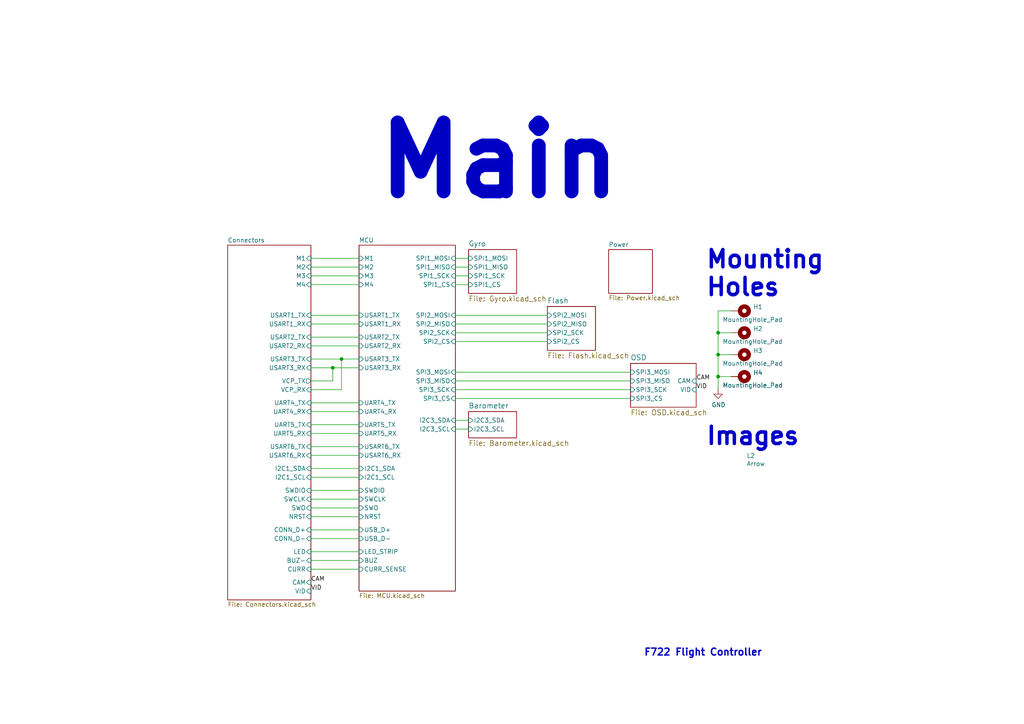
<source format=kicad_sch>
(kicad_sch (version 20231120) (generator "eeschema") (generator_version "8.0")
  (paper "A4")
  (lib_symbols
    (symbol "Logos:Arrow" (pin_names (offset 1.016))
      (property "Reference" "L" (at 0 2.54 0))
      (property "Value" "Logos_Arrow" (at 0 0 0))
    )
    (symbol "Logos:EGA" (pin_names (offset 1.016))
      (property "Reference" "L" (at 0 2.54 0))
      (property "Value" "Logos_EGA" (at 0 0 0))
    )
    (symbol "Mechanical:MountingHole_Pad" (pin_numbers hide) (pin_names (offset 1.016) hide) (exclude_from_sim yes) (in_bom no)
      (property "Reference" "H" (at 0 6.35 0))
      (property "Value" "MountingHole_Pad" (at 0 4.445 0))
      (symbol "MountingHole_Pad_0_1"
        (circle (center 0 1.27) (radius 1.27) (stroke (width 1.27)))
      )
      (symbol "MountingHole_Pad_1_1"
        (pin input line (at 0 -2.54 90) (length 2.54) (name "1") (number "1"))
      )
    )
    (symbol "power:GND" (power) (pin_numbers hide) (pin_names (offset 0) hide)
      (property "Value" "GND" (at 0 -3.81 0))
      (symbol "GND_0_1"
        (polyline (pts (xy 0 0) (xy 0 -1.27) (xy 1.27 -1.27) (xy 0 -2.54) (xy -1.27 -1.27) (xy 0 -1.27)))
      )
      (symbol "GND_1_1"
        (pin power_in line (at 0 0 270) (length 0) (name "~") (number "1"))
      )
    )
  )
  (junction (at 208.28 109.22))
  (junction (at 96.52 106.68))
  (junction (at 208.28 102.87))
  (junction (at 99.06 104.14))
  (junction (at 208.28 96.52))
  (wire (pts (xy 99.06 104.14) (xy 99.06 113.03)))
  (wire (pts (xy 212.09 96.52) (xy 208.28 96.52)))
  (wire (pts (xy 90.17 93.98) (xy 104.14 93.98)))
  (wire (pts (xy 99.06 104.14) (xy 104.14 104.14)))
  (wire (pts (xy 132.08 93.98) (xy 158.75 93.98)))
  (wire (pts (xy 90.17 104.14) (xy 99.06 104.14)))
  (wire (pts (xy 90.17 125.73) (xy 104.14 125.73)))
  (wire (pts (xy 90.17 113.03) (xy 99.06 113.03)))
  (wire (pts (xy 90.17 147.32) (xy 104.14 147.32)))
  (wire (pts (xy 96.52 106.68) (xy 96.52 110.49)))
  (wire (pts (xy 90.17 162.56) (xy 104.14 162.56)))
  (wire (pts (xy 132.08 99.06) (xy 158.75 99.06)))
  (wire (pts (xy 182.88 107.95) (xy 132.08 107.95)))
  (wire (pts (xy 90.17 142.24) (xy 104.14 142.24)))
  (wire (pts (xy 208.28 96.52) (xy 208.28 102.87)))
  (wire (pts (xy 212.09 90.17) (xy 208.28 90.17)))
  (wire (pts (xy 90.17 135.89) (xy 104.14 135.89)))
  (wire (pts (xy 132.08 124.46) (xy 135.89 124.46)))
  (wire (pts (xy 90.17 116.84) (xy 104.14 116.84)))
  (wire (pts (xy 132.08 113.03) (xy 182.88 113.03)))
  (wire (pts (xy 90.17 156.21) (xy 104.14 156.21)))
  (wire (pts (xy 90.17 160.02) (xy 104.14 160.02)))
  (wire (pts (xy 208.28 102.87) (xy 212.09 102.87)))
  (wire (pts (xy 208.28 109.22) (xy 208.28 113.03)))
  (wire (pts (xy 132.08 115.57) (xy 182.88 115.57)))
  (wire (pts (xy 208.28 102.87) (xy 208.28 109.22)))
  (wire (pts (xy 132.08 91.44) (xy 158.75 91.44)))
  (wire (pts (xy 96.52 106.68) (xy 104.14 106.68)))
  (wire (pts (xy 212.09 109.22) (xy 208.28 109.22)))
  (wire (pts (xy 90.17 129.54) (xy 104.14 129.54)))
  (wire (pts (xy 90.17 165.1) (xy 104.14 165.1)))
  (wire (pts (xy 132.08 121.92) (xy 135.89 121.92)))
  (wire (pts (xy 90.17 132.08) (xy 104.14 132.08)))
  (wire (pts (xy 90.17 100.33) (xy 104.14 100.33)))
  (wire (pts (xy 90.17 119.38) (xy 104.14 119.38)))
  (wire (pts (xy 132.08 77.47) (xy 135.89 77.47)))
  (wire (pts (xy 90.17 153.67) (xy 104.14 153.67)))
  (wire (pts (xy 90.17 144.78) (xy 104.14 144.78)))
  (wire (pts (xy 132.08 74.93) (xy 135.89 74.93)))
  (wire (pts (xy 132.08 82.55) (xy 135.89 82.55)))
  (wire (pts (xy 132.08 110.49) (xy 182.88 110.49)))
  (wire (pts (xy 90.17 123.19) (xy 104.14 123.19)))
  (wire (pts (xy 90.17 106.68) (xy 96.52 106.68)))
  (wire (pts (xy 90.17 97.79) (xy 104.14 97.79)))
  (wire (pts (xy 208.28 90.17) (xy 208.28 96.52)))
  (wire (pts (xy 90.17 138.43) (xy 104.14 138.43)))
  (wire (pts (xy 90.17 110.49) (xy 96.52 110.49)))
  (wire (pts (xy 132.08 80.01) (xy 135.89 80.01)))
  (wire (pts (xy 90.17 82.55) (xy 104.14 82.55)))
  (wire (pts (xy 90.17 149.86) (xy 104.14 149.86)))
  (wire (pts (xy 90.17 74.93) (xy 104.14 74.93)))
  (wire (pts (xy 90.17 77.47) (xy 104.14 77.47)))
  (wire (pts (xy 90.17 80.01) (xy 104.14 80.01)))
  (wire (pts (xy 132.08 96.52) (xy 158.75 96.52)))
  (wire (pts (xy 90.17 91.44) (xy 104.14 91.44)))
  (text "F722 Flight Controller" (at 186.69 190.5 0) (effects (font (size 2.0066 2.0066) (thickness 0.4013) (bold yes)) (justify left bottom)))
  (text "Mounting \nHoles" (at 204.47 86.36 0) (effects (font (size 5.0038 5.0038) (thickness 1.0008) (bold yes)) (justify left bottom)))
  (text "Main" (at 107.95 58.42 0) (effects (font (size 19.9898 19.9898) (thickness 3.998) (bold yes)) (justify left bottom)))
  (text "Images" (at 204.47 129.54 0) (effects (font (size 5.0038 5.0038) (thickness 1.0008) (bold yes)) (justify left bottom)))
  (label "VID" (at 201.93 113.03 0))
  (label "CAM" (at 201.93 110.49 0))
  (label "VID" (at 90.17 171.45 0))
  (label "CAM" (at 90.17 168.91 0))
  (symbol (lib_id "Mechanical:MountingHole_Pad") (at 214.63 90.17 270) (unit 1)
    (property "Reference" "H1" (at 218.44 89.0016 90) (effects (justify left)))
    (property "Value" "MountingHole_Pad" (at 209.55 92.71 90) (effects (justify left)))
    (property "Footprint" "JPW_Footprints:M3_Mounting_Hole" (effects (hide yes)))
    (property "Description" "Mounting Hole with connection" (effects (hide yes)))
  )
  (symbol (lib_id "Mechanical:MountingHole_Pad") (at 214.63 96.52 270) (unit 1)
    (property "Reference" "H2" (at 218.44 95.3516 90) (effects (justify left)))
    (property "Value" "MountingHole_Pad" (at 209.55 99.06 90) (effects (justify left)))
    (property "Footprint" "JPW_Footprints:M3_Mounting_Hole" (effects (hide yes)))
    (property "Description" "Mounting Hole with connection" (effects (hide yes)))
  )
  (symbol (lib_id "Mechanical:MountingHole_Pad") (at 214.63 102.87 270) (unit 1)
    (property "Reference" "H3" (at 218.44 101.7016 90) (effects (justify left)))
    (property "Value" "MountingHole_Pad" (at 209.55 105.41 90) (effects (justify left)))
    (property "Footprint" "JPW_Footprints:M3_Mounting_Hole" (effects (hide yes)))
    (property "Description" "Mounting Hole with connection" (effects (hide yes)))
  )
  (symbol (lib_id "Mechanical:MountingHole_Pad") (at 214.63 109.22 270) (unit 1)
    (property "Reference" "H4" (at 218.44 108.0516 90) (effects (justify left)))
    (property "Value" "MountingHole_Pad" (at 209.55 111.76 90) (effects (justify left)))
    (property "Footprint" "JPW_Footprints:M3_Mounting_Hole" (effects (hide yes)))
    (property "Description" "Mounting Hole with connection" (effects (hide yes)))
  )
  (symbol (lib_id "power:GND") (at 208.28 113.03 0) (unit 1)
    (property "Reference" "#PWR01" (effects (hide yes)))
    (property "Value" "GND" (at 208.407 117.4242 0))
    (property "Description" "Power symbol creates a global label with name \"GND\" , ground" (effects (hide yes)))
  )
  (symbol (lib_id "Logos:EGA") (at 210.82 133.35 0) (unit 1)
    (property "Reference" "L1" (effects (hide yes)))
    (property "Value" "EGA" (effects (hide yes)))
    (property "Footprint" "JPW_Footprints:EGA" (effects (hide yes)))
  )
  (symbol (lib_id "Logos:Arrow") (at 215.9 133.35 0) (unit 1)
    (property "Reference" "L2" (at 216.535 132.1816 0) (effects (justify left)))
    (property "Value" "Arrow" (at 216.535 134.493 0) (effects (justify left)))
    (property "Footprint" "JPW_Footprints:Arrow" (effects (hide yes)))
  )
  (sheet (at 104.14 71.12) (size 27.94 100.33)
    (property "Sheetname" "MCU" (at 104.14 70.4084 0) (effects (justify left bottom)))
    (property "Sheetfile" "MCU.kicad_sch" (at 104.14 172.0346 0) (effects (justify left top)))
    (pin "SPI1_CS" input (at 132.08 82.55 0))
    (pin "SPI1_SCK" input (at 132.08 80.01 0))
    (pin "SPI1_MISO" input (at 132.08 77.47 0))
    (pin "SPI1_MOSI" input (at 132.08 74.93 0))
    (pin "USART2_TX" input (at 104.14 97.79 180))
    (pin "USART2_RX" input (at 104.14 100.33 180))
    (pin "M1" input (at 104.14 74.93 180))
    (pin "SPI3_CS" input (at 132.08 115.57 0))
    (pin "M4" input (at 104.14 82.55 180))
    (pin "M3" input (at 104.14 80.01 180))
    (pin "USART3_TX" input (at 104.14 104.14 180))
    (pin "USART3_RX" input (at 104.14 106.68 180))
    (pin "SPI2_CS" input (at 132.08 99.06 0))
    (pin "SPI2_SCK" input (at 132.08 96.52 0))
    (pin "SPI2_MISO" input (at 132.08 93.98 0))
    (pin "SPI2_MOSI" input (at 132.08 91.44 0))
    (pin "SPI3_MOSI" input (at 132.08 107.95 0))
    (pin "SPI3_MISO" input (at 132.08 110.49 0))
    (pin "SPI3_SCK" input (at 132.08 113.03 0))
    (pin "M2" input (at 104.14 77.47 180))
    (pin "BUZ" input (at 104.14 162.56 180))
    (pin "USART1_RX" input (at 104.14 93.98 180))
    (pin "USART1_TX" input (at 104.14 91.44 180))
    (pin "UART5_RX" input (at 104.14 125.73 180))
    (pin "USART6_TX" input (at 104.14 129.54 180))
    (pin "I2C3_SDA" input (at 132.08 121.92 0))
    (pin "UART5_TX" input (at 104.14 123.19 180))
    (pin "UART4_TX" input (at 104.14 116.84 180))
    (pin "UART4_RX" input (at 104.14 119.38 180))
    (pin "I2C3_SCL" input (at 132.08 124.46 0))
    (pin "USART6_RX" input (at 104.14 132.08 180))
    (pin "NRST" input (at 104.14 149.86 180))
    (pin "CURR_SENSE" input (at 104.14 165.1 180))
    (pin "SWDIO" input (at 104.14 142.24 180))
    (pin "SWO" input (at 104.14 147.32 180))
    (pin "SWCLK" input (at 104.14 144.78 180))
    (pin "LED_STRIP" input (at 104.14 160.02 180))
    (pin "I2C1_SDA" input (at 104.14 135.89 180))
    (pin "I2C1_SCL" input (at 104.14 138.43 180))
    (pin "USB_D+" input (at 104.14 153.67 180))
    (pin "USB_D-" input (at 104.14 156.21 180))
  )
  (sheet (at 176.53 72.39) (size 12.7 12.7)
    (property "Sheetname" "Power" (at 176.53 71.6784 0) (effects (justify left bottom)))
    (property "Sheetfile" "Power.kicad_sch" (at 176.53 85.6746 0) (effects (justify left top)))
  )
  (sheet (at 66.04 71.12) (size 24.13 102.87)
    (property "Sheetname" "Connectors" (at 66.04 70.4084 0) (effects (justify left bottom)))
    (property "Sheetfile" "Connectors.kicad_sch" (at 66.04 174.5746 0) (effects (justify left top)))
    (pin "M2" input (at 90.17 77.47 0))
    (pin "M1" input (at 90.17 74.93 0))
    (pin "M3" input (at 90.17 80.01 0))
    (pin "SWO" input (at 90.17 147.32 0))
    (pin "SWDIO" input (at 90.17 142.24 0))
    (pin "CAM" input (at 90.17 168.91 0))
    (pin "SWCLK" input (at 90.17 144.78 0))
    (pin "CURR" input (at 90.17 165.1 0))
    (pin "NRST" input (at 90.17 149.86 0))
    (pin "VID" input (at 90.17 171.45 0))
    (pin "M4" input (at 90.17 82.55 0))
    (pin "I2C1_SDA" input (at 90.17 135.89 0))
    (pin "BUZ-" input (at 90.17 162.56 0))
    (pin "I2C1_SCL" input (at 90.17 138.43 0))
    (pin "LED" input (at 90.17 160.02 0))
    (pin "USART6_RX" input (at 90.17 132.08 0))
    (pin "USART2_RX" input (at 90.17 100.33 0))
    (pin "USART2_TX" input (at 90.17 97.79 0))
    (pin "USART3_RX" input (at 90.17 106.68 0))
    (pin "USART1_TX" input (at 90.17 91.44 0))
    (pin "USART3_TX" input (at 90.17 104.14 0))
    (pin "USART6_TX" input (at 90.17 129.54 0))
    (pin "USART1_RX" input (at 90.17 93.98 0))
    (pin "UART4_RX" input (at 90.17 119.38 0))
    (pin "UART4_TX" input (at 90.17 116.84 0))
    (pin "UART5_RX" input (at 90.17 125.73 0))
    (pin "UART5_TX" input (at 90.17 123.19 0))
    (pin "CONN_D+" input (at 90.17 153.67 0))
    (pin "CONN_D-" input (at 90.17 156.21 0))
    (pin "VCP_RX" input (at 90.17 113.03 0))
    (pin "VCP_TX" output (at 90.17 110.49 0))
  )
  (sheet (at 182.88 105.41) (size 19.05 12.7)
    (property "Sheetname" "OSD" (at 182.88 104.5841 0) (effects (font (size 1.4986 1.4986)) (justify left bottom)))
    (property "Sheetfile" "OSD.kicad_sch" (at 182.88 118.786 0) (effects (font (size 1.4986 1.4986)) (justify left top)))
    (pin "SPI3_SCK" input (at 182.88 113.03 180))
    (pin "SPI3_MOSI" input (at 182.88 107.95 180))
    (pin "SPI3_MISO" input (at 182.88 110.49 180))
    (pin "VID" input (at 201.93 113.03 0))
    (pin "CAM" input (at 201.93 110.49 0))
    (pin "SPI3_CS" input (at 182.88 115.57 180))
  )
  (sheet (at 135.89 72.39) (size 13.97 12.7)
    (property "Sheetname" "Gyro" (at 135.89 71.5641 0) (effects (font (size 1.4986 1.4986)) (justify left bottom)))
    (property "Sheetfile" "Gyro.kicad_sch" (at 135.89 85.766 0) (effects (font (size 1.4986 1.4986)) (justify left top)))
    (pin "SPI1_MOSI" input (at 135.89 74.93 180))
    (pin "SPI1_MISO" input (at 135.89 77.47 180))
    (pin "SPI1_SCK" input (at 135.89 80.01 180))
    (pin "SPI1_CS" input (at 135.89 82.55 180))
  )
  (sheet (at 135.89 119.38) (size 13.97 7.62)
    (property "Sheetname" "Barometer" (at 135.89 118.5541 0) (effects (font (size 1.4986 1.4986)) (justify left bottom)))
    (property "Sheetfile" "Barometer.kicad_sch" (at 135.89 127.676 0) (effects (font (size 1.4986 1.4986)) (justify left top)))
    (pin "I2C3_SDA" input (at 135.89 121.92 180))
    (pin "I2C3_SCL" input (at 135.89 124.46 180))
  )
  (sheet (at 158.75 88.9) (size 13.97 12.7)
    (property "Sheetname" "Flash" (at 158.75 88.0741 0) (effects (font (size 1.4986 1.4986)) (justify left bottom)))
    (property "Sheetfile" "Flash.kicad_sch" (at 158.75 102.276 0) (effects (font (size 1.4986 1.4986)) (justify left top)))
    (pin "SPI2_CS" input (at 158.75 99.06 180))
    (pin "SPI2_SCK" input (at 158.75 96.52 180))
    (pin "SPI2_MOSI" input (at 158.75 91.44 180))
    (pin "SPI2_MISO" input (at 158.75 93.98 180))
  )
)
</source>
